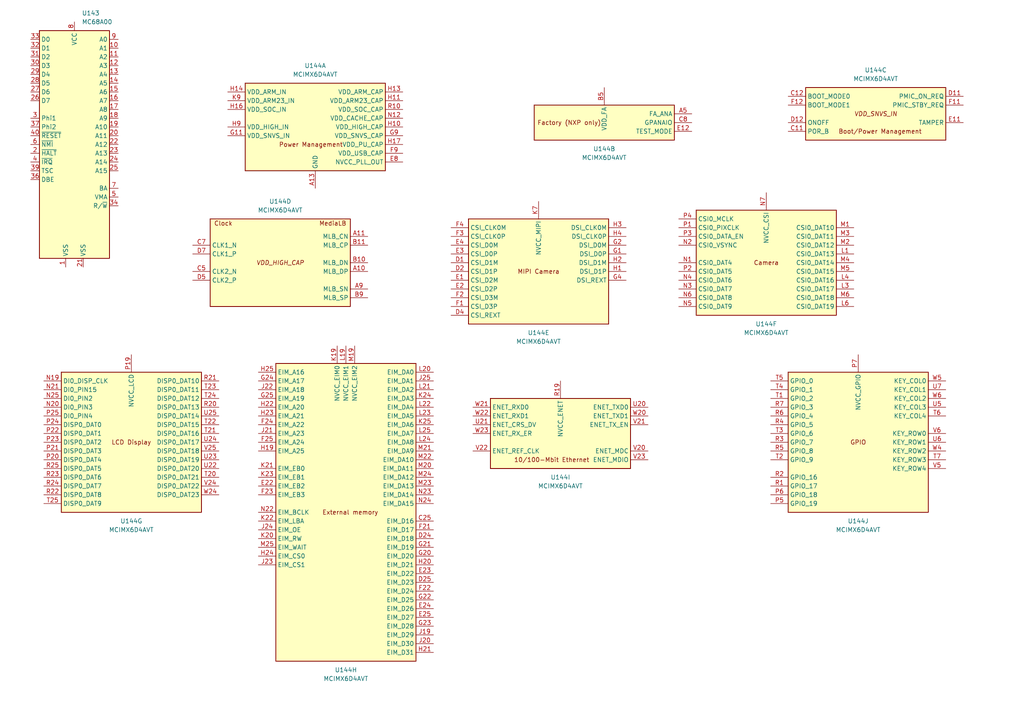
<source format=kicad_sch>
(kicad_sch (version 20250114) (generator "eeschema") (generator_version "9.0")
  (paper "A4")
  (symbol (lib_id "CPU_NXP_6800:MC68A00") (at 21.59 41.91 0) (unit 1)
    (property "Reference" "U143" (at 23.7333 3.81 0) (effects (justify left)))
    (property "Value" "MC68A00" (at 23.7333 6.35 0) (effects (justify left)))
    (property "Footprint" "Package_DIP:DIP-40_W15.24mm" (effects (hide yes)))
    (property "Datasheet" "http://pdf.datasheetcatalog.com/datasheet/motorola/MC68A00L.pdf" (effects (hide yes)))
    (property "Description" "8-Bit Microprocessing unit 1.5MHz, DIP-40" (effects (hide yes)))
  )
  (symbol (lib_id "CPU_NXP_IMX:MCIMX6D4AVT") (at 100.33 148.59 0) (unit 8)
    (property "Reference" "U144" (at 100.33 194.31 0))
    (property "Value" "MCIMX6D4AVT" (at 100.33 196.85 0))
    (property "Footprint" "Package_BGA:BGA-624_21x21mm_Layout25x25_P0.8mm" (effects (hide yes)))
    (property "Datasheet" "https://www.nxp.com/docs/en/data-sheet/IMX6DQAEC.pdf" (effects (hide yes)))
    (property "Description" "i.MX 6Dual Automotive and Infotainment Application Processor, BGA-624" (effects (hide yes)))
  )
  (symbol (lib_id "CPU_NXP_IMX:MCIMX6D4AVT") (at 175.26 35.56 0) (unit 2)
    (property "Reference" "U144" (at 175.26 43.18 0))
    (property "Value" "MCIMX6D4AVT" (at 175.26 45.72 0))
    (property "Footprint" "Package_BGA:BGA-624_21x21mm_Layout25x25_P0.8mm" (effects (hide yes)))
    (property "Datasheet" "https://www.nxp.com/docs/en/data-sheet/IMX6DQAEC.pdf" (effects (hide yes)))
    (property "Description" "i.MX 6Dual Automotive and Infotainment Application Processor, BGA-624" (effects (hide yes)))
  )
  (symbol (lib_id "CPU_NXP_IMX:MCIMX6D4AVT") (at 156.21 78.74 0) (unit 5)
    (property "Reference" "U144" (at 156.21 96.52 0))
    (property "Value" "MCIMX6D4AVT" (at 156.21 99.06 0))
    (property "Footprint" "Package_BGA:BGA-624_21x21mm_Layout25x25_P0.8mm" (effects (hide yes)))
    (property "Datasheet" "https://www.nxp.com/docs/en/data-sheet/IMX6DQAEC.pdf" (effects (hide yes)))
    (property "Description" "i.MX 6Dual Automotive and Infotainment Application Processor, BGA-624" (effects (hide yes)))
  )
  (symbol (lib_id "CPU_NXP_IMX:MCIMX6D4AVT") (at 162.56 125.73 0) (unit 9)
    (property "Reference" "U144" (at 162.56 138.43 0))
    (property "Value" "MCIMX6D4AVT" (at 162.56 140.97 0))
    (property "Footprint" "Package_BGA:BGA-624_21x21mm_Layout25x25_P0.8mm" (effects (hide yes)))
    (property "Datasheet" "https://www.nxp.com/docs/en/data-sheet/IMX6DQAEC.pdf" (effects (hide yes)))
    (property "Description" "i.MX 6Dual Automotive and Infotainment Application Processor, BGA-624" (effects (hide yes)))
  )
  (symbol (lib_id "CPU_NXP_IMX:MCIMX6D4AVT") (at 81.28 76.2 0) (unit 4)
    (property "Reference" "U144" (at 81.28 58.42 0))
    (property "Value" "MCIMX6D4AVT" (at 81.28 60.96 0))
    (property "Footprint" "Package_BGA:BGA-624_21x21mm_Layout25x25_P0.8mm" (effects (hide yes)))
    (property "Datasheet" "https://www.nxp.com/docs/en/data-sheet/IMX6DQAEC.pdf" (effects (hide yes)))
    (property "Description" "i.MX 6Dual Automotive and Infotainment Application Processor, BGA-624" (effects (hide yes)))
  )
  (symbol (lib_id "CPU_NXP_IMX:MCIMX6D4AVT") (at 91.44 36.83 0) (unit 1)
    (property "Reference" "U144" (at 91.44 19.05 0))
    (property "Value" "MCIMX6D4AVT" (at 91.44 21.59 0))
    (property "Footprint" "Package_BGA:BGA-624_21x21mm_Layout25x25_P0.8mm" (effects (hide yes)))
    (property "Datasheet" "https://www.nxp.com/docs/en/data-sheet/IMX6DQAEC.pdf" (effects (hide yes)))
    (property "Description" "i.MX 6Dual Automotive and Infotainment Application Processor, BGA-624" (effects (hide yes)))
  )
  (symbol (lib_id "CPU_NXP_IMX:MCIMX6D4AVT") (at 222.25 76.2 0) (unit 6)
    (property "Reference" "U144" (at 222.25 93.98 0))
    (property "Value" "MCIMX6D4AVT" (at 222.25 96.52 0))
    (property "Footprint" "Package_BGA:BGA-624_21x21mm_Layout25x25_P0.8mm" (effects (hide yes)))
    (property "Datasheet" "https://www.nxp.com/docs/en/data-sheet/IMX6DQAEC.pdf" (effects (hide yes)))
    (property "Description" "i.MX 6Dual Automotive and Infotainment Application Processor, BGA-624" (effects (hide yes)))
  )
  (symbol (lib_id "CPU_NXP_IMX:MCIMX6D4AVT") (at 248.92 128.27 0) (unit 10)
    (property "Reference" "U144" (at 248.92 151.13 0))
    (property "Value" "MCIMX6D4AVT" (at 248.92 153.67 0))
    (property "Footprint" "Package_BGA:BGA-624_21x21mm_Layout25x25_P0.8mm" (effects (hide yes)))
    (property "Datasheet" "https://www.nxp.com/docs/en/data-sheet/IMX6DQAEC.pdf" (effects (hide yes)))
    (property "Description" "i.MX 6Dual Automotive and Infotainment Application Processor, BGA-624" (effects (hide yes)))
  )
  (symbol (lib_id "CPU_NXP_IMX:MCIMX6D4AVT") (at 254 33.02 0) (unit 3)
    (property "Reference" "U144" (at 254 20.32 0))
    (property "Value" "MCIMX6D4AVT" (at 254 22.86 0))
    (property "Footprint" "Package_BGA:BGA-624_21x21mm_Layout25x25_P0.8mm" (effects (hide yes)))
    (property "Datasheet" "https://www.nxp.com/docs/en/data-sheet/IMX6DQAEC.pdf" (effects (hide yes)))
    (property "Description" "i.MX 6Dual Automotive and Infotainment Application Processor, BGA-624" (effects (hide yes)))
  )
  (symbol (lib_id "CPU_NXP_IMX:MCIMX6D4AVT") (at 38.1 128.27 0) (unit 7)
    (property "Reference" "U144" (at 38.1 151.13 0))
    (property "Value" "MCIMX6D4AVT" (at 38.1 153.67 0))
    (property "Footprint" "Package_BGA:BGA-624_21x21mm_Layout25x25_P0.8mm" (effects (hide yes)))
    (property "Datasheet" "https://www.nxp.com/docs/en/data-sheet/IMX6DQAEC.pdf" (effects (hide yes)))
    (property "Description" "i.MX 6Dual Automotive and Infotainment Application Processor, BGA-624" (effects (hide yes)))
  )
)
</source>
